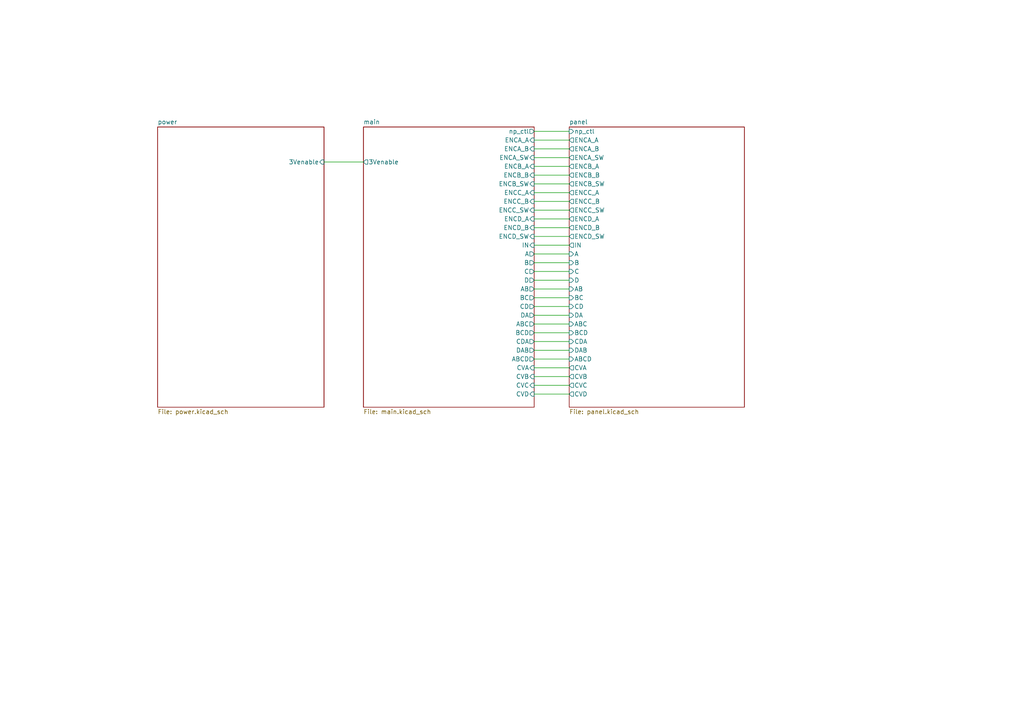
<source format=kicad_sch>
(kicad_sch (version 20211123) (generator eeschema)
  (paper "A4")
  (title_block (title "Bell's Theorem") (date "2022-01-16"))
  (lib_symbols)
  (wire (pts (xy 154.94 99.06) (xy 165.1 99.06)))
  (wire (pts (xy 154.94 60.96) (xy 165.1 60.96)))
  (wire (pts (xy 154.94 78.74) (xy 165.1 78.74)))
  (wire (pts (xy 154.94 104.14) (xy 165.1 104.14)))
  (wire (pts (xy 154.94 101.6) (xy 165.1 101.6)))
  (wire (pts (xy 154.94 88.9) (xy 165.1 88.9)))
  (wire (pts (xy 154.94 73.66) (xy 165.1 73.66)))
  (wire (pts (xy 154.94 114.3) (xy 165.1 114.3)))
  (wire (pts (xy 154.94 63.5) (xy 165.1 63.5)))
  (wire (pts (xy 154.94 71.12) (xy 165.1 71.12)))
  (wire (pts (xy 154.94 45.72) (xy 165.1 45.72)))
  (wire (pts (xy 154.94 38.1) (xy 165.1 38.1)))
  (wire (pts (xy 154.94 106.68) (xy 165.1 106.68)))
  (wire (pts (xy 154.94 93.98) (xy 165.1 93.98)))
  (wire (pts (xy 154.94 43.18) (xy 165.1 43.18)))
  (wire (pts (xy 154.94 91.44) (xy 165.1 91.44)))
  (wire (pts (xy 154.94 48.26) (xy 165.1 48.26)))
  (wire (pts (xy 154.94 40.64) (xy 165.1 40.64)))
  (wire (pts (xy 154.94 58.42) (xy 165.1 58.42)))
  (wire (pts (xy 154.94 109.22) (xy 165.1 109.22)))
  (wire (pts (xy 154.94 50.8) (xy 165.1 50.8)))
  (wire (pts (xy 154.94 53.34) (xy 165.1 53.34)))
  (wire (pts (xy 93.98 46.99) (xy 105.41 46.99)))
  (wire (pts (xy 154.94 81.28) (xy 165.1 81.28)))
  (wire (pts (xy 154.94 83.82) (xy 165.1 83.82)))
  (wire (pts (xy 154.94 111.76) (xy 165.1 111.76)))
  (wire (pts (xy 154.94 76.2) (xy 165.1 76.2)))
  (wire (pts (xy 154.94 96.52) (xy 165.1 96.52)))
  (wire (pts (xy 154.94 66.04) (xy 165.1 66.04)))
  (wire (pts (xy 154.94 55.88) (xy 165.1 55.88)))
  (wire (pts (xy 154.94 86.36) (xy 165.1 86.36)))
  (wire (pts (xy 154.94 68.58) (xy 165.1 68.58)))
  (sheet (at 45.72 36.83) (size 48.26 81.28)
    (property "Sheet name" "power" (at 45.72 36.1184 0) (effects (justify left bottom)))
    (property "Sheet file" "power.kicad_sch" (at 45.72 118.6946 0) (effects (justify left top)))
    (pin "3Venable" input (at 93.98 46.99 0))
  )
  (sheet (at 105.41 36.83) (size 49.53 81.28)
    (property "Sheet name" "main" (at 105.41 36.1184 0) (effects (justify left bottom)))
    (property "Sheet file" "main.kicad_sch" (at 105.41 118.6946 0) (effects (justify left top)))
    (pin "A" output (at 154.94 73.66 0))
    (pin "B" output (at 154.94 76.2 0))
    (pin "C" output (at 154.94 78.74 0))
    (pin "D" output (at 154.94 81.28 0))
    (pin "AB" output (at 154.94 83.82 0))
    (pin "BC" output (at 154.94 86.36 0))
    (pin "CD" output (at 154.94 88.9 0))
    (pin "DA" output (at 154.94 91.44 0))
    (pin "ABC" output (at 154.94 93.98 0))
    (pin "BCD" output (at 154.94 96.52 0))
    (pin "CDA" output (at 154.94 99.06 0))
    (pin "DAB" output (at 154.94 101.6 0))
    (pin "ABCD" output (at 154.94 104.14 0))
    (pin "ENCD_A" input (at 154.94 63.5 0))
    (pin "ENCD_B" input (at 154.94 66.04 0))
    (pin "ENCD_SW" input (at 154.94 68.58 0))
    (pin "IN" input (at 154.94 71.12 0))
    (pin "CVA" input (at 154.94 106.68 0))
    (pin "CVB" input (at 154.94 109.22 0))
    (pin "ENCA_SW" input (at 154.94 45.72 0))
    (pin "ENCA_B" input (at 154.94 43.18 0))
    (pin "ENCA_A" input (at 154.94 40.64 0))
    (pin "ENCC_A" input (at 154.94 55.88 0))
    (pin "ENCC_B" input (at 154.94 58.42 0))
    (pin "ENCC_SW" input (at 154.94 60.96 0))
    (pin "CVC" input (at 154.94 111.76 0))
    (pin "CVD" input (at 154.94 114.3 0))
    (pin "ENCB_A" input (at 154.94 48.26 0))
    (pin "ENCB_SW" input (at 154.94 53.34 0))
    (pin "ENCB_B" input (at 154.94 50.8 0))
    (pin "np_ctl" output (at 154.94 38.1 0))
    (pin "3Venable" output (at 105.41 46.99 180))
  )
  (sheet (at 165.1 36.83) (size 50.8 81.28)
    (property "Sheet name" "panel" (at 165.1 36.1184 0) (effects (justify left bottom)))
    (property "Sheet file" "panel.kicad_sch" (at 165.1 118.6946 0) (effects (justify left top)))
    (pin "IN" output (at 165.1 71.12 180))
    (pin "CVA" output (at 165.1 106.68 180))
    (pin "CVB" output (at 165.1 109.22 180))
    (pin "CVC" output (at 165.1 111.76 180))
    (pin "CVD" output (at 165.1 114.3 180))
    (pin "ENCA_A" output (at 165.1 40.64 180))
    (pin "ENCA_B" output (at 165.1 43.18 180))
    (pin "ENCA_SW" output (at 165.1 45.72 180))
    (pin "ENCB_A" output (at 165.1 48.26 180))
    (pin "ENCB_B" output (at 165.1 50.8 180))
    (pin "ENCC_A" output (at 165.1 55.88 180))
    (pin "ENCC_B" output (at 165.1 58.42 180))
    (pin "ENCD_A" output (at 165.1 63.5 180))
    (pin "ENCD_B" output (at 165.1 66.04 180))
    (pin "ENCD_SW" output (at 165.1 68.58 180))
    (pin "ENCC_SW" output (at 165.1 60.96 180))
    (pin "ENCB_SW" output (at 165.1 53.34 180))
    (pin "A" input (at 165.1 73.66 180))
    (pin "B" input (at 165.1 76.2 180))
    (pin "C" input (at 165.1 78.74 180))
    (pin "D" input (at 165.1 81.28 180))
    (pin "AB" input (at 165.1 83.82 180))
    (pin "BC" input (at 165.1 86.36 180))
    (pin "CD" input (at 165.1 88.9 180))
    (pin "DA" input (at 165.1 91.44 180))
    (pin "ABC" input (at 165.1 93.98 180))
    (pin "BCD" input (at 165.1 96.52 180))
    (pin "CDA" input (at 165.1 99.06 180))
    (pin "DAB" input (at 165.1 101.6 180))
    (pin "ABCD" input (at 165.1 104.14 180))
    (pin "np_ctl" input (at 165.1 38.1 180))
  )
)
</source>
